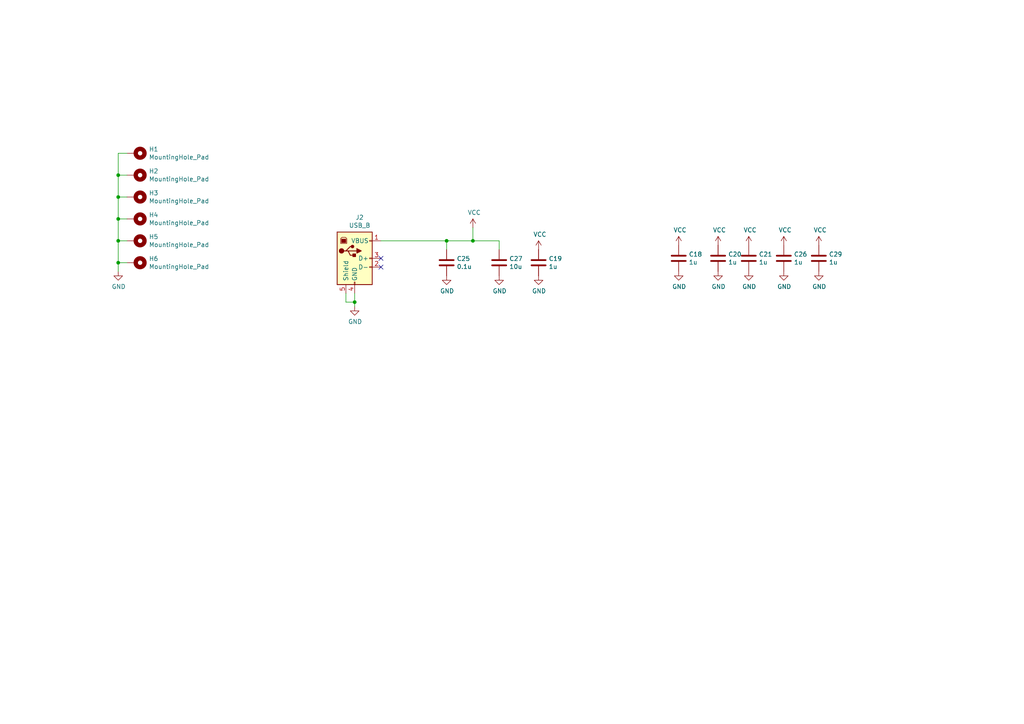
<source format=kicad_sch>
(kicad_sch (version 20211123) (generator eeschema)
  (paper "A4")
  (title_block (title "Q2 Computer") (date "2022-04-16") (rev "4c") (company "joewing.net"))
  (lib_symbols
    (symbol "Connector:USB_B" (pin_names (offset 1.016))
      (property "Reference" "J" (at -5.08 11.43 0))
      (property "Value" "USB_B" (at -5.08 8.89 0))
      (symbol "USB_B_0_1"
        (rectangle (start -5.08 -7.62) (end 5.08 7.62) (stroke (width 0.254)) (fill (type background)))
        (circle (center -3.81 2.159) (radius 0.635) (stroke (width 0.254)) (fill (type outline)))
        (rectangle (start -3.81 5.588) (end -2.54 4.572) (fill (type outline)))
        (circle (center -0.635 3.429) (radius 0.381) (stroke (width 0.254)) (fill (type outline)))
        (rectangle (start -0.127 -7.62) (end 0.127 -6.858))
        (polyline (pts (xy -1.905 2.159) (xy 0.635 2.159)) (stroke (width 0.254)))
        (polyline (pts (xy -3.175 2.159) (xy -2.54 2.159) (xy -1.27 3.429) (xy -0.635 3.429)) (stroke (width 0.254)))
        (polyline (pts (xy -2.54 2.159) (xy -1.905 2.159) (xy -1.27 0.889) (xy 0 0.889)) (stroke (width 0.254)))
        (polyline (pts (xy 0.635 2.794) (xy 0.635 1.524) (xy 1.905 2.159) (xy 0.635 2.794)) (stroke (width 0.254)) (fill (type outline)))
        (polyline (pts (xy -4.064 4.318) (xy -2.286 4.318) (xy -2.286 5.715) (xy -2.667 6.096) (xy -3.683 6.096) (xy -4.064 5.715) (xy -4.064 4.318)))
        (rectangle (start 0.254 1.27) (end -0.508 0.508) (stroke (width 0.254)) (fill (type outline)))
        (rectangle (start 5.08 -2.667) (end 4.318 -2.413))
        (rectangle (start 5.08 -0.127) (end 4.318 0.127))
        (rectangle (start 5.08 4.953) (end 4.318 5.207))
      )
      (symbol "USB_B_1_1"
        (pin power_out line (at 7.62 5.08 180) (length 2.54) (name "VBUS") (number "1"))
        (pin bidirectional line (at 7.62 -2.54 180) (length 2.54) (name "D-") (number "2"))
        (pin bidirectional line (at 7.62 0 180) (length 2.54) (name "D+") (number "3"))
        (pin power_out line (at 0 -10.16 90) (length 2.54) (name "GND") (number "4"))
        (pin passive line (at -2.54 -10.16 90) (length 2.54) (name "Shield") (number "5"))
      )
    )
    (symbol "Device:C" (pin_numbers hide) (pin_names (offset 0.254))
      (property "Reference" "C" (at 0.635 2.54 0))
      (property "Value" "C" (at 0.635 -2.54 0))
      (symbol "C_0_1"
        (polyline (pts (xy -2.032 -0.762) (xy 2.032 -0.762)) (stroke (width 0.508)))
        (polyline (pts (xy -2.032 0.762) (xy 2.032 0.762)) (stroke (width 0.508)))
      )
      (symbol "C_1_1"
        (pin passive line (at 0 3.81 270) (length 2.794) (name "~") (number "1"))
        (pin passive line (at 0 -3.81 90) (length 2.794) (name "~") (number "2"))
      )
    )
    (symbol "Mechanical:MountingHole_Pad" (pin_numbers hide) (pin_names (offset 1.016) hide)
      (property "Reference" "H" (at 0 6.35 0))
      (property "Value" "MountingHole_Pad" (at 0 4.445 0))
      (symbol "MountingHole_Pad_0_1"
        (circle (center 0 1.27) (radius 1.27) (stroke (width 1.27)))
      )
      (symbol "MountingHole_Pad_1_1"
        (pin input line (at 0 -2.54 90) (length 2.54) (name "1") (number "1"))
      )
    )
    (symbol "power:GND" (power) (pin_names (offset 0))
      (property "Value" "GND" (at 0 -3.81 0))
      (symbol "GND_0_1"
        (polyline (pts (xy 0 0) (xy 0 -1.27) (xy 1.27 -1.27) (xy 0 -2.54) (xy -1.27 -1.27) (xy 0 -1.27)))
      )
      (symbol "GND_1_1"
        (pin power_in line (at 0 0 270) (length 0) hide (name "GND") (number "1"))
      )
    )
    (symbol "power:VCC" (power) (pin_names (offset 0))
      (property "Value" "VCC" (at 0 3.81 0))
      (symbol "VCC_0_1"
        (polyline (pts (xy -0.762 1.27) (xy 0 2.54)))
        (polyline (pts (xy 0 0) (xy 0 2.54)))
        (polyline (pts (xy 0 2.54) (xy 0.762 1.27)))
      )
      (symbol "VCC_1_1"
        (pin power_in line (at 0 0 90) (length 0) hide (name "VCC") (number "1"))
      )
    )
  )
  (junction (at 34.29 50.8))
  (junction (at 34.29 63.5))
  (junction (at 34.29 69.85))
  (junction (at 34.29 76.2))
  (junction (at 102.87 87.63))
  (junction (at 137.16 69.85))
  (junction (at 129.54 69.85))
  (junction (at 34.29 57.15))
  (no_connect (at 110.49 74.93))
  (no_connect (at 110.49 77.47))
  (wire (pts (xy 36.83 44.45) (xy 34.29 44.45)))
  (wire (pts (xy 36.83 76.2) (xy 34.29 76.2)))
  (wire (pts (xy 36.83 57.15) (xy 34.29 57.15)))
  (wire (pts (xy 144.78 72.39) (xy 144.78 69.85)))
  (wire (pts (xy 34.29 69.85) (xy 34.29 76.2)))
  (wire (pts (xy 129.54 69.85) (xy 137.16 69.85)))
  (wire (pts (xy 34.29 76.2) (xy 34.29 78.74)))
  (wire (pts (xy 102.87 87.63) (xy 100.33 87.63)))
  (wire (pts (xy 34.29 63.5) (xy 34.29 69.85)))
  (wire (pts (xy 100.33 87.63) (xy 100.33 85.09)))
  (wire (pts (xy 137.16 69.85) (xy 137.16 66.04)))
  (wire (pts (xy 129.54 72.39) (xy 129.54 69.85)))
  (wire (pts (xy 34.29 50.8) (xy 34.29 57.15)))
  (wire (pts (xy 34.29 44.45) (xy 34.29 50.8)))
  (wire (pts (xy 102.87 87.63) (xy 102.87 85.09)))
  (wire (pts (xy 110.49 69.85) (xy 129.54 69.85)))
  (wire (pts (xy 34.29 50.8) (xy 36.83 50.8)))
  (wire (pts (xy 137.16 69.85) (xy 144.78 69.85)))
  (wire (pts (xy 36.83 69.85) (xy 34.29 69.85)))
  (wire (pts (xy 102.87 88.9) (xy 102.87 87.63)))
  (wire (pts (xy 36.83 63.5) (xy 34.29 63.5)))
  (wire (pts (xy 34.29 57.15) (xy 34.29 63.5)))
  (symbol (lib_id "Device:C") (at 196.85 74.93 180) (unit 1)
    (property "Reference" "C18" (at 199.771 73.7616 0) (effects (justify right)))
    (property "Value" "1u" (at 199.771 76.073 0) (effects (justify right)))
    (property "Footprint" "Capacitor_SMD:C_0805_2012Metric" (effects hide))
    (property "LCSC" "C28323" (effects hide))
    (property "Manufacturer" "Samsung Electro-Mechanics" (effects hide))
    (property "Part Number" "CL21B105KBFNNNE" (effects hide))
    (property "Package" "0805" (effects hide))
    (property "Type" "SMD" (effects hide))
  )
  (symbol (lib_id "power:GND") (at 196.85 78.74 0) (unit 1)
    (property "Reference" "#PWR0694" (effects hide))
    (property "Value" "GND" (at 196.977 83.1342 0))
  )
  (symbol (lib_id "power:VCC") (at 196.85 71.12 0) (unit 1)
    (property "Reference" "#PWR0689" (effects hide))
    (property "Value" "VCC" (at 197.231 66.7258 0))
  )
  (symbol (lib_id "Device:C") (at 156.21 76.2 180) (unit 1)
    (property "Reference" "C19" (at 159.131 75.0316 0) (effects (justify right)))
    (property "Value" "1u" (at 159.131 77.343 0) (effects (justify right)))
    (property "Footprint" "Capacitor_SMD:C_0805_2012Metric" (effects hide))
    (property "LCSC" "C28323" (effects hide))
    (property "Manufacturer" "Samsung Electro-Mechanics" (effects hide))
    (property "Part Number" "CL21B105KBFNNNE" (effects hide))
    (property "Package" "0805" (effects hide))
    (property "Type" "SMD" (effects hide))
  )
  (symbol (lib_id "power:GND") (at 156.21 80.01 0) (unit 1)
    (property "Reference" "#PWR0695" (effects hide))
    (property "Value" "GND" (at 156.337 84.4042 0))
  )
  (symbol (lib_id "power:VCC") (at 156.21 72.39 0) (unit 1)
    (property "Reference" "#PWR0690" (effects hide))
    (property "Value" "VCC" (at 156.591 67.9958 0))
  )
  (symbol (lib_id "Device:C") (at 208.28 74.93 180) (unit 1)
    (property "Reference" "C20" (at 211.201 73.7616 0) (effects (justify right)))
    (property "Value" "1u" (at 211.201 76.073 0) (effects (justify right)))
    (property "Footprint" "Capacitor_SMD:C_0805_2012Metric" (effects hide))
    (property "LCSC" "C28323" (effects hide))
    (property "Manufacturer" "Samsung Electro-Mechanics" (effects hide))
    (property "Part Number" "CL21B105KBFNNNE" (effects hide))
    (property "Package" "0805" (effects hide))
    (property "Type" "SMD" (effects hide))
  )
  (symbol (lib_id "power:GND") (at 208.28 78.74 0) (unit 1)
    (property "Reference" "#PWR0696" (effects hide))
    (property "Value" "GND" (at 208.407 83.1342 0))
  )
  (symbol (lib_id "power:VCC") (at 208.28 71.12 0) (unit 1)
    (property "Reference" "#PWR0691" (effects hide))
    (property "Value" "VCC" (at 208.661 66.7258 0))
  )
  (symbol (lib_id "Device:C") (at 217.17 74.93 180) (unit 1)
    (property "Reference" "C21" (at 220.091 73.7616 0) (effects (justify right)))
    (property "Value" "1u" (at 220.091 76.073 0) (effects (justify right)))
    (property "Footprint" "Capacitor_SMD:C_0805_2012Metric" (effects hide))
    (property "LCSC" "C28323" (effects hide))
    (property "Manufacturer" "Samsung Electro-Mechanics" (effects hide))
    (property "Part Number" "CL21B105KBFNNNE" (effects hide))
    (property "Package" "0805" (effects hide))
    (property "Type" "SMD" (effects hide))
  )
  (symbol (lib_id "power:GND") (at 217.17 78.74 0) (unit 1)
    (property "Reference" "#PWR0697" (effects hide))
    (property "Value" "GND" (at 217.297 83.1342 0))
  )
  (symbol (lib_id "power:VCC") (at 217.17 71.12 0) (unit 1)
    (property "Reference" "#PWR0692" (effects hide))
    (property "Value" "VCC" (at 217.551 66.7258 0))
  )
  (symbol (lib_id "Mechanical:MountingHole_Pad") (at 39.37 44.45 270) (unit 1)
    (property "Reference" "H1" (at 43.18 43.2816 90) (effects (justify left)))
    (property "Value" "MountingHole_Pad" (at 43.18 45.593 90) (effects (justify left)))
    (property "Footprint" "MountingHole:MountingHole_3.2mm_M3_Pad_Via" (effects hide))
  )
  (symbol (lib_id "Connector:USB_B") (at 102.87 74.93 0) (unit 1)
    (property "Reference" "J2" (at 104.3178 63.0682 0))
    (property "Value" "USB_B" (at 104.3178 65.3796 0))
    (property "Footprint" "Connector_USB:USB_B_OST_USB-B1HSxx_Horizontal" (effects hide))
    (property "LCSC" "C498173" (effects hide))
  )
  (symbol (lib_id "power:GND") (at 102.87 88.9 0) (unit 1)
    (property "Reference" "#PWR0698" (effects hide))
    (property "Value" "GND" (at 102.997 93.2942 0))
  )
  (symbol (lib_id "power:VCC") (at 137.16 66.04 0) (unit 1)
    (property "Reference" "#PWR0688" (effects hide))
    (property "Value" "VCC" (at 137.541 61.6458 0))
  )
  (symbol (lib_id "Mechanical:MountingHole_Pad") (at 39.37 50.8 270) (unit 1)
    (property "Reference" "H2" (at 43.18 49.6316 90) (effects (justify left)))
    (property "Value" "MountingHole_Pad" (at 43.18 51.943 90) (effects (justify left)))
    (property "Footprint" "MountingHole:MountingHole_3.2mm_M3_Pad_Via" (effects hide))
  )
  (symbol (lib_id "Mechanical:MountingHole_Pad") (at 39.37 57.15 270) (unit 1)
    (property "Reference" "H3" (at 43.18 55.9816 90) (effects (justify left)))
    (property "Value" "MountingHole_Pad" (at 43.18 58.293 90) (effects (justify left)))
    (property "Footprint" "MountingHole:MountingHole_3.2mm_M3_Pad_Via" (effects hide))
  )
  (symbol (lib_id "Mechanical:MountingHole_Pad") (at 39.37 63.5 270) (unit 1)
    (property "Reference" "H4" (at 43.18 62.3316 90) (effects (justify left)))
    (property "Value" "MountingHole_Pad" (at 43.18 64.643 90) (effects (justify left)))
    (property "Footprint" "MountingHole:MountingHole_3.2mm_M3_Pad_Via" (effects hide))
  )
  (symbol (lib_id "Mechanical:MountingHole_Pad") (at 39.37 69.85 270) (unit 1)
    (property "Reference" "H5" (at 43.18 68.6816 90) (effects (justify left)))
    (property "Value" "MountingHole_Pad" (at 43.18 70.993 90) (effects (justify left)))
    (property "Footprint" "MountingHole:MountingHole_3.2mm_M3_Pad_Via" (effects hide))
  )
  (symbol (lib_id "power:GND") (at 34.29 78.74 0) (unit 1)
    (property "Reference" "#PWR0693" (effects hide))
    (property "Value" "GND" (at 34.417 83.1342 0))
  )
  (symbol (lib_id "Mechanical:MountingHole_Pad") (at 39.37 76.2 270) (unit 1)
    (property "Reference" "H6" (at 43.18 75.0316 90) (effects (justify left)))
    (property "Value" "MountingHole_Pad" (at 43.18 77.343 90) (effects (justify left)))
    (property "Footprint" "MountingHole:MountingHole_3.2mm_M3_Pad_Via" (effects hide))
  )
  (symbol (lib_id "Device:C") (at 144.78 76.2 180) (unit 1)
    (property "Reference" "C27" (at 147.701 75.0316 0) (effects (justify right)))
    (property "Value" "10u" (at 147.701 77.343 0) (effects (justify right)))
    (property "Footprint" "Capacitor_SMD:C_0805_2012Metric" (effects hide))
    (property "LCSC" "C15850" (effects hide))
    (property "Manufacturer" "Samsung Electro-Mechanics" (effects hide))
    (property "Part Number" "CL21A106KAYNNNE" (effects hide))
    (property "Package" "0805" (effects hide))
    (property "Type" "SMD" (effects hide))
  )
  (symbol (lib_id "power:GND") (at 144.78 80.01 0) (unit 1)
    (property "Reference" "#PWR0921" (effects hide))
    (property "Value" "GND" (at 144.907 84.4042 0))
  )
  (symbol (lib_id "Device:C") (at 237.49 74.93 180) (unit 1)
    (property "Reference" "C29" (at 240.411 73.7616 0) (effects (justify right)))
    (property "Value" "1u" (at 240.411 76.073 0) (effects (justify right)))
    (property "Footprint" "Capacitor_SMD:C_0805_2012Metric" (effects hide))
    (property "LCSC" "C28323" (effects hide))
    (property "Manufacturer" "Samsung Electro-Mechanics" (effects hide))
    (property "Part Number" "CL21B105KBFNNNE" (effects hide))
    (property "Package" "0805" (effects hide))
    (property "Type" "SMD" (effects hide))
  )
  (symbol (lib_id "power:GND") (at 237.49 78.74 0) (unit 1)
    (property "Reference" "#PWR0925" (effects hide))
    (property "Value" "GND" (at 237.617 83.1342 0))
  )
  (symbol (lib_id "power:VCC") (at 237.49 71.12 0) (unit 1)
    (property "Reference" "#PWR0924" (effects hide))
    (property "Value" "VCC" (at 237.871 66.7258 0))
  )
  (symbol (lib_id "Device:C") (at 227.33 74.93 180) (unit 1)
    (property "Reference" "C26" (at 230.251 73.7616 0) (effects (justify right)))
    (property "Value" "1u" (at 230.251 76.073 0) (effects (justify right)))
    (property "Footprint" "Capacitor_SMD:C_0805_2012Metric" (effects hide))
    (property "LCSC" "C28323" (effects hide))
    (property "Manufacturer" "Samsung Electro-Mechanics" (effects hide))
    (property "Part Number" "CL21B105KBFNNNE" (effects hide))
    (property "Package" "0805" (effects hide))
    (property "Type" "SMD" (effects hide))
  )
  (symbol (lib_id "power:GND") (at 227.33 78.74 0) (unit 1)
    (property "Reference" "#PWR0918" (effects hide))
    (property "Value" "GND" (at 227.457 83.1342 0))
  )
  (symbol (lib_id "power:VCC") (at 227.33 71.12 0) (unit 1)
    (property "Reference" "#PWR0917" (effects hide))
    (property "Value" "VCC" (at 227.711 66.7258 0))
  )
  (symbol (lib_id "Device:C") (at 129.54 76.2 0) (unit 1)
    (property "Reference" "C25" (at 132.461 75.0316 0) (effects (justify left)))
    (property "Value" "0.1u" (at 132.461 77.343 0) (effects (justify left)))
    (property "Footprint" "Capacitor_SMD:C_0805_2012Metric" (effects hide))
    (property "LCSC" "C49678" (effects hide))
    (property "Manufacturer" "YAGEO" (effects hide))
    (property "Part Number" "CC0805KRX7R9BB104" (effects hide))
    (property "Package" "0805" (effects hide))
    (property "Type" "SMD" (effects hide))
  )
  (symbol (lib_id "power:GND") (at 129.54 80.01 0) (unit 1)
    (property "Reference" "#PWR0882" (effects hide))
    (property "Value" "GND" (at 129.667 84.4042 0))
  )
)
</source>
